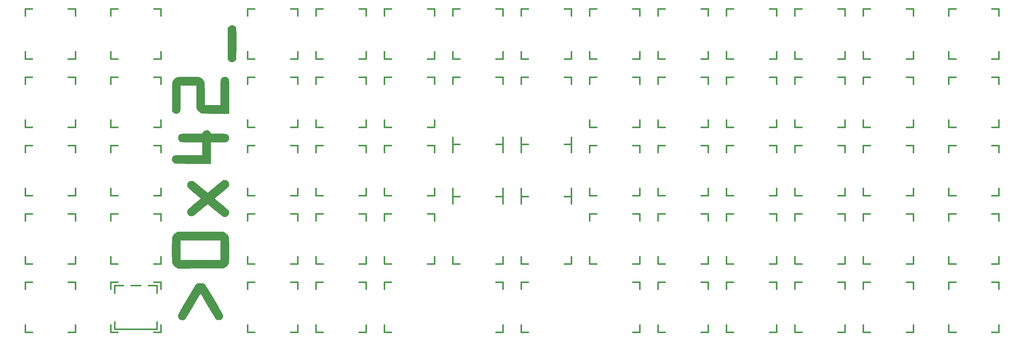
<source format=gbr>
G04 #@! TF.GenerationSoftware,KiCad,Pcbnew,(5.1.5)-3*
G04 #@! TF.CreationDate,2020-09-16T11:12:37+02:00*
G04 #@! TF.ProjectId,0x42,30783432-2e6b-4696-9361-645f70636258,v0.1*
G04 #@! TF.SameCoordinates,Original*
G04 #@! TF.FileFunction,Legend,Top*
G04 #@! TF.FilePolarity,Positive*
%FSLAX46Y46*%
G04 Gerber Fmt 4.6, Leading zero omitted, Abs format (unit mm)*
G04 Created by KiCad (PCBNEW (5.1.5)-3) date 2020-09-16 11:12:37*
%MOMM*%
%LPD*%
G04 APERTURE LIST*
%ADD10C,0.400000*%
G04 APERTURE END LIST*
D10*
X214525000Y-121000000D02*
X214525000Y-123250000D01*
X228525000Y-123250000D02*
X228525000Y-121000000D01*
X228525000Y-108750000D02*
X228525000Y-111000000D01*
X214525000Y-111000000D02*
X214525000Y-108750000D01*
X195475000Y-121000000D02*
X195475000Y-123250000D01*
X209475000Y-123250000D02*
X209475000Y-121000000D01*
X209475000Y-108750000D02*
X209475000Y-111000000D01*
X195475000Y-111000000D02*
X195475000Y-108750000D01*
X209475000Y-161100000D02*
X209475000Y-159100000D01*
X207475000Y-161100000D02*
X209475000Y-161100000D01*
X209475000Y-147100000D02*
X209475000Y-149100000D01*
X207475000Y-147100000D02*
X209475000Y-147100000D01*
X176425000Y-161100000D02*
X178425000Y-161100000D01*
X176425000Y-159100000D02*
X176425000Y-161100000D01*
X176425000Y-147100000D02*
X178425000Y-147100000D01*
X176425000Y-149100000D02*
X176425000Y-147100000D01*
X214525000Y-161100000D02*
X216525000Y-161100000D01*
X214525000Y-159100000D02*
X214525000Y-161100000D01*
X214525000Y-147100000D02*
X216525000Y-147100000D01*
X214525000Y-149100000D02*
X214525000Y-147100000D01*
X247575000Y-161100000D02*
X247575000Y-159100000D01*
X245575000Y-161100000D02*
X247575000Y-161100000D01*
X247575000Y-147100000D02*
X247575000Y-149100000D01*
X245575000Y-147100000D02*
X247575000Y-147100000D01*
G36*
X119227848Y-156206924D02*
G01*
X119297970Y-156028725D01*
X119359622Y-155918189D01*
X119488778Y-155693211D01*
X119677067Y-155368061D01*
X119916120Y-154957010D01*
X120197566Y-154474330D01*
X120513034Y-153934289D01*
X120854154Y-153351160D01*
X121212557Y-152739213D01*
X121579871Y-152112718D01*
X121947727Y-151485946D01*
X122307754Y-150873168D01*
X122651582Y-150288654D01*
X122970840Y-149746675D01*
X123257159Y-149261503D01*
X123502168Y-148847406D01*
X123697497Y-148518657D01*
X123834775Y-148289526D01*
X123896358Y-148188837D01*
X124087785Y-147930776D01*
X124300607Y-147757220D01*
X124566566Y-147655485D01*
X124917404Y-147612883D01*
X125333030Y-147614655D01*
X125754120Y-147643389D01*
X126044096Y-147694782D01*
X126207359Y-147763019D01*
X126274986Y-147846140D01*
X126410509Y-148046482D01*
X126606739Y-148352092D01*
X126856489Y-148751013D01*
X127152570Y-149231292D01*
X127487797Y-149780974D01*
X127854979Y-150388103D01*
X128246931Y-151040727D01*
X128656465Y-151726889D01*
X129076392Y-152434636D01*
X129499525Y-153152012D01*
X129918676Y-153867063D01*
X130326659Y-154567834D01*
X130716284Y-155242372D01*
X130961019Y-155669367D01*
X131178956Y-156106024D01*
X131283616Y-156467907D01*
X131275880Y-156776638D01*
X131156630Y-157053837D01*
X131024270Y-157222421D01*
X130871449Y-157377600D01*
X130738846Y-157461130D01*
X130569910Y-157495068D01*
X130308823Y-157501471D01*
X130046536Y-157494819D01*
X129878230Y-157460996D01*
X129748610Y-157379200D01*
X129612053Y-157239341D01*
X129529694Y-157125822D01*
X129380234Y-156896046D01*
X129171561Y-156562989D01*
X128911562Y-156139624D01*
X128608126Y-155638926D01*
X128269139Y-155073870D01*
X127902490Y-154457430D01*
X127516065Y-153802581D01*
X127329943Y-153485370D01*
X126943608Y-152827406D01*
X126579109Y-152209890D01*
X126243517Y-151644575D01*
X125943900Y-151143214D01*
X125687327Y-150717561D01*
X125480867Y-150379368D01*
X125331589Y-150140390D01*
X125246561Y-150012379D01*
X125229798Y-149993529D01*
X125182753Y-150056132D01*
X125067603Y-150236107D01*
X124891417Y-150521701D01*
X124661263Y-150901162D01*
X124384209Y-151362739D01*
X124067324Y-151894679D01*
X123717676Y-152485230D01*
X123342333Y-153122640D01*
X123129203Y-153486029D01*
X122736510Y-154154005D01*
X122360206Y-154789290D01*
X122008135Y-155378971D01*
X121688140Y-155910133D01*
X121408063Y-156369859D01*
X121175746Y-156745237D01*
X120999033Y-157023349D01*
X120885766Y-157191282D01*
X120856489Y-157228684D01*
X120571425Y-157442075D01*
X120240305Y-157531046D01*
X119896119Y-157497966D01*
X119571860Y-157345203D01*
X119333655Y-157119359D01*
X119214727Y-156863155D01*
X119178824Y-156539627D01*
X119227848Y-156206924D01*
G37*
X119227848Y-156206924D02*
X119297970Y-156028725D01*
X119359622Y-155918189D01*
X119488778Y-155693211D01*
X119677067Y-155368061D01*
X119916120Y-154957010D01*
X120197566Y-154474330D01*
X120513034Y-153934289D01*
X120854154Y-153351160D01*
X121212557Y-152739213D01*
X121579871Y-152112718D01*
X121947727Y-151485946D01*
X122307754Y-150873168D01*
X122651582Y-150288654D01*
X122970840Y-149746675D01*
X123257159Y-149261503D01*
X123502168Y-148847406D01*
X123697497Y-148518657D01*
X123834775Y-148289526D01*
X123896358Y-148188837D01*
X124087785Y-147930776D01*
X124300607Y-147757220D01*
X124566566Y-147655485D01*
X124917404Y-147612883D01*
X125333030Y-147614655D01*
X125754120Y-147643389D01*
X126044096Y-147694782D01*
X126207359Y-147763019D01*
X126274986Y-147846140D01*
X126410509Y-148046482D01*
X126606739Y-148352092D01*
X126856489Y-148751013D01*
X127152570Y-149231292D01*
X127487797Y-149780974D01*
X127854979Y-150388103D01*
X128246931Y-151040727D01*
X128656465Y-151726889D01*
X129076392Y-152434636D01*
X129499525Y-153152012D01*
X129918676Y-153867063D01*
X130326659Y-154567834D01*
X130716284Y-155242372D01*
X130961019Y-155669367D01*
X131178956Y-156106024D01*
X131283616Y-156467907D01*
X131275880Y-156776638D01*
X131156630Y-157053837D01*
X131024270Y-157222421D01*
X130871449Y-157377600D01*
X130738846Y-157461130D01*
X130569910Y-157495068D01*
X130308823Y-157501471D01*
X130046536Y-157494819D01*
X129878230Y-157460996D01*
X129748610Y-157379200D01*
X129612053Y-157239341D01*
X129529694Y-157125822D01*
X129380234Y-156896046D01*
X129171561Y-156562989D01*
X128911562Y-156139624D01*
X128608126Y-155638926D01*
X128269139Y-155073870D01*
X127902490Y-154457430D01*
X127516065Y-153802581D01*
X127329943Y-153485370D01*
X126943608Y-152827406D01*
X126579109Y-152209890D01*
X126243517Y-151644575D01*
X125943900Y-151143214D01*
X125687327Y-150717561D01*
X125480867Y-150379368D01*
X125331589Y-150140390D01*
X125246561Y-150012379D01*
X125229798Y-149993529D01*
X125182753Y-150056132D01*
X125067603Y-150236107D01*
X124891417Y-150521701D01*
X124661263Y-150901162D01*
X124384209Y-151362739D01*
X124067324Y-151894679D01*
X123717676Y-152485230D01*
X123342333Y-153122640D01*
X123129203Y-153486029D01*
X122736510Y-154154005D01*
X122360206Y-154789290D01*
X122008135Y-155378971D01*
X121688140Y-155910133D01*
X121408063Y-156369859D01*
X121175746Y-156745237D01*
X120999033Y-157023349D01*
X120885766Y-157191282D01*
X120856489Y-157228684D01*
X120571425Y-157442075D01*
X120240305Y-157531046D01*
X119896119Y-157497966D01*
X119571860Y-157345203D01*
X119333655Y-157119359D01*
X119214727Y-156863155D01*
X119178824Y-156539627D01*
X119227848Y-156206924D01*
G36*
X117471800Y-96396676D02*
G01*
X117475410Y-95471198D01*
X117476081Y-95344535D01*
X117480751Y-94459308D01*
X117485488Y-93710348D01*
X117491980Y-93084516D01*
X117501921Y-92568677D01*
X117517001Y-92149693D01*
X117538910Y-91814428D01*
X117569341Y-91549744D01*
X117609985Y-91342504D01*
X117662532Y-91179572D01*
X117728673Y-91047811D01*
X117810101Y-90934084D01*
X117908505Y-90825253D01*
X118025577Y-90708183D01*
X118079871Y-90654246D01*
X118219876Y-90516007D01*
X118347875Y-90402075D01*
X118479384Y-90310093D01*
X118629918Y-90237699D01*
X118814992Y-90182536D01*
X119050123Y-90142243D01*
X119350824Y-90114461D01*
X119732613Y-90096830D01*
X120211005Y-90086992D01*
X120801514Y-90082587D01*
X121519657Y-90081255D01*
X121849196Y-90081052D01*
X122579838Y-90080922D01*
X123176728Y-90081963D01*
X123655523Y-90084942D01*
X124031882Y-90090627D01*
X124321464Y-90099782D01*
X124539926Y-90113175D01*
X124702929Y-90131573D01*
X124826129Y-90155741D01*
X124925185Y-90186447D01*
X125015757Y-90224457D01*
X125043694Y-90237436D01*
X125350052Y-90431711D01*
X125652354Y-90707846D01*
X125910359Y-91021771D01*
X126083824Y-91329416D01*
X126111190Y-91406501D01*
X126136191Y-91549680D01*
X126156786Y-91801813D01*
X126173157Y-92169785D01*
X126185481Y-92660481D01*
X126193939Y-93280785D01*
X126198709Y-94037582D01*
X126200000Y-94813226D01*
X126200000Y-97923529D01*
X130981176Y-97923529D01*
X130981176Y-94404967D01*
X130981627Y-93577851D01*
X130983271Y-92886795D01*
X130986550Y-92318450D01*
X130991904Y-91859466D01*
X130999774Y-91496495D01*
X131010600Y-91216185D01*
X131024822Y-91005187D01*
X131042881Y-90850153D01*
X131065216Y-90737733D01*
X131092270Y-90654576D01*
X131105932Y-90623500D01*
X131314053Y-90339391D01*
X131597786Y-90158762D01*
X131923628Y-90083023D01*
X132258077Y-90113586D01*
X132567629Y-90251862D01*
X132818782Y-90499263D01*
X132851848Y-90549950D01*
X132881852Y-90603987D01*
X132907438Y-90667785D01*
X132928956Y-90752952D01*
X132946760Y-90871096D01*
X132961201Y-91033824D01*
X132972632Y-91252744D01*
X132981406Y-91539464D01*
X132987873Y-91905591D01*
X132992387Y-92362733D01*
X132995300Y-92922497D01*
X132996964Y-93596492D01*
X132997731Y-94396325D01*
X132997954Y-95333604D01*
X132997956Y-95364853D01*
X132998235Y-99940588D01*
X129361233Y-99940588D01*
X128529193Y-99940400D01*
X127833074Y-99939483D01*
X127259387Y-99937308D01*
X126794642Y-99933345D01*
X126425349Y-99927065D01*
X126138019Y-99917940D01*
X125919160Y-99905439D01*
X125755283Y-99889034D01*
X125632899Y-99868194D01*
X125538518Y-99842392D01*
X125458648Y-99811097D01*
X125403470Y-99785310D01*
X125106899Y-99592689D01*
X124810779Y-99318837D01*
X124555122Y-99008112D01*
X124379939Y-98704871D01*
X124346457Y-98613499D01*
X124321456Y-98470320D01*
X124300860Y-98218187D01*
X124284490Y-97850215D01*
X124272165Y-97359519D01*
X124263708Y-96739215D01*
X124258937Y-95982418D01*
X124257647Y-95206774D01*
X124257647Y-92096471D01*
X119476470Y-92096471D01*
X119476470Y-95648710D01*
X119476360Y-96499300D01*
X119475142Y-97213586D01*
X119471487Y-97804674D01*
X119464067Y-98285670D01*
X119451551Y-98669682D01*
X119432611Y-98969817D01*
X119405917Y-99199181D01*
X119370140Y-99370880D01*
X119323950Y-99498023D01*
X119266019Y-99593715D01*
X119195016Y-99671064D01*
X119109614Y-99743176D01*
X119057006Y-99784580D01*
X118788006Y-99912044D01*
X118459278Y-99950041D01*
X118129683Y-99899995D01*
X117858077Y-99763331D01*
X117848363Y-99755336D01*
X117675575Y-99573516D01*
X117549274Y-99378464D01*
X117541800Y-99361489D01*
X117520717Y-99260875D01*
X117503536Y-99065361D01*
X117490134Y-98767300D01*
X117480384Y-98359047D01*
X117474162Y-97832955D01*
X117471342Y-97181380D01*
X117471800Y-96396676D01*
G37*
X117471800Y-96396676D02*
X117475410Y-95471198D01*
X117476081Y-95344535D01*
X117480751Y-94459308D01*
X117485488Y-93710348D01*
X117491980Y-93084516D01*
X117501921Y-92568677D01*
X117517001Y-92149693D01*
X117538910Y-91814428D01*
X117569341Y-91549744D01*
X117609985Y-91342504D01*
X117662532Y-91179572D01*
X117728673Y-91047811D01*
X117810101Y-90934084D01*
X117908505Y-90825253D01*
X118025577Y-90708183D01*
X118079871Y-90654246D01*
X118219876Y-90516007D01*
X118347875Y-90402075D01*
X118479384Y-90310093D01*
X118629918Y-90237699D01*
X118814992Y-90182536D01*
X119050123Y-90142243D01*
X119350824Y-90114461D01*
X119732613Y-90096830D01*
X120211005Y-90086992D01*
X120801514Y-90082587D01*
X121519657Y-90081255D01*
X121849196Y-90081052D01*
X122579838Y-90080922D01*
X123176728Y-90081963D01*
X123655523Y-90084942D01*
X124031882Y-90090627D01*
X124321464Y-90099782D01*
X124539926Y-90113175D01*
X124702929Y-90131573D01*
X124826129Y-90155741D01*
X124925185Y-90186447D01*
X125015757Y-90224457D01*
X125043694Y-90237436D01*
X125350052Y-90431711D01*
X125652354Y-90707846D01*
X125910359Y-91021771D01*
X126083824Y-91329416D01*
X126111190Y-91406501D01*
X126136191Y-91549680D01*
X126156786Y-91801813D01*
X126173157Y-92169785D01*
X126185481Y-92660481D01*
X126193939Y-93280785D01*
X126198709Y-94037582D01*
X126200000Y-94813226D01*
X126200000Y-97923529D01*
X130981176Y-97923529D01*
X130981176Y-94404967D01*
X130981627Y-93577851D01*
X130983271Y-92886795D01*
X130986550Y-92318450D01*
X130991904Y-91859466D01*
X130999774Y-91496495D01*
X131010600Y-91216185D01*
X131024822Y-91005187D01*
X131042881Y-90850153D01*
X131065216Y-90737733D01*
X131092270Y-90654576D01*
X131105932Y-90623500D01*
X131314053Y-90339391D01*
X131597786Y-90158762D01*
X131923628Y-90083023D01*
X132258077Y-90113586D01*
X132567629Y-90251862D01*
X132818782Y-90499263D01*
X132851848Y-90549950D01*
X132881852Y-90603987D01*
X132907438Y-90667785D01*
X132928956Y-90752952D01*
X132946760Y-90871096D01*
X132961201Y-91033824D01*
X132972632Y-91252744D01*
X132981406Y-91539464D01*
X132987873Y-91905591D01*
X132992387Y-92362733D01*
X132995300Y-92922497D01*
X132996964Y-93596492D01*
X132997731Y-94396325D01*
X132997954Y-95333604D01*
X132997956Y-95364853D01*
X132998235Y-99940588D01*
X129361233Y-99940588D01*
X128529193Y-99940400D01*
X127833074Y-99939483D01*
X127259387Y-99937308D01*
X126794642Y-99933345D01*
X126425349Y-99927065D01*
X126138019Y-99917940D01*
X125919160Y-99905439D01*
X125755283Y-99889034D01*
X125632899Y-99868194D01*
X125538518Y-99842392D01*
X125458648Y-99811097D01*
X125403470Y-99785310D01*
X125106899Y-99592689D01*
X124810779Y-99318837D01*
X124555122Y-99008112D01*
X124379939Y-98704871D01*
X124346457Y-98613499D01*
X124321456Y-98470320D01*
X124300860Y-98218187D01*
X124284490Y-97850215D01*
X124272165Y-97359519D01*
X124263708Y-96739215D01*
X124258937Y-95982418D01*
X124257647Y-95206774D01*
X124257647Y-92096471D01*
X119476470Y-92096471D01*
X119476470Y-95648710D01*
X119476360Y-96499300D01*
X119475142Y-97213586D01*
X119471487Y-97804674D01*
X119464067Y-98285670D01*
X119451551Y-98669682D01*
X119432611Y-98969817D01*
X119405917Y-99199181D01*
X119370140Y-99370880D01*
X119323950Y-99498023D01*
X119266019Y-99593715D01*
X119195016Y-99671064D01*
X119109614Y-99743176D01*
X119057006Y-99784580D01*
X118788006Y-99912044D01*
X118459278Y-99950041D01*
X118129683Y-99899995D01*
X117858077Y-99763331D01*
X117848363Y-99755336D01*
X117675575Y-99573516D01*
X117549274Y-99378464D01*
X117541800Y-99361489D01*
X117520717Y-99260875D01*
X117503536Y-99065361D01*
X117490134Y-98767300D01*
X117480384Y-98359047D01*
X117474162Y-97832955D01*
X117471342Y-97181380D01*
X117471800Y-96396676D01*
G36*
X117511901Y-112570238D02*
G01*
X117605799Y-112364068D01*
X117667695Y-112263098D01*
X117728440Y-112177708D01*
X117800359Y-112106594D01*
X117895778Y-112048451D01*
X118027022Y-112001974D01*
X118206418Y-111965857D01*
X118446292Y-111938796D01*
X118758967Y-111919486D01*
X119156772Y-111906622D01*
X119652030Y-111898898D01*
X120257069Y-111895011D01*
X120984213Y-111893654D01*
X121845788Y-111893523D01*
X122050113Y-111893529D01*
X125901176Y-111893529D01*
X125901176Y-107934118D01*
X122894264Y-107933016D01*
X122082856Y-107931472D01*
X121410150Y-107927274D01*
X120865454Y-107920108D01*
X120438076Y-107909655D01*
X120117326Y-107895601D01*
X119892511Y-107877628D01*
X119752940Y-107855420D01*
X119702830Y-107838546D01*
X119438795Y-107627394D01*
X119264167Y-107329813D01*
X119189491Y-106986276D01*
X119225312Y-106637258D01*
X119328236Y-106400742D01*
X119402487Y-106285421D01*
X119479012Y-106190061D01*
X119571959Y-106112763D01*
X119695478Y-106051633D01*
X119863716Y-106004773D01*
X120090823Y-105970287D01*
X120390948Y-105946279D01*
X120778238Y-105930853D01*
X121266844Y-105922111D01*
X121870914Y-105918158D01*
X122604596Y-105917098D01*
X122936972Y-105917059D01*
X125889305Y-105917059D01*
X125936045Y-105704250D01*
X126071206Y-105410214D01*
X126311575Y-105176946D01*
X126619539Y-105021331D01*
X126957485Y-104960254D01*
X127287798Y-105010601D01*
X127386218Y-105053248D01*
X127596906Y-105212127D01*
X127779888Y-105434197D01*
X127896271Y-105665842D01*
X127917956Y-105786323D01*
X127926954Y-105824723D01*
X127964522Y-105854803D01*
X128046793Y-105877569D01*
X128189902Y-105894029D01*
X128409980Y-105905189D01*
X128723163Y-105912057D01*
X129145585Y-105915641D01*
X129693378Y-105916946D01*
X130012399Y-105917059D01*
X130676553Y-105918251D01*
X131209072Y-105923544D01*
X131627726Y-105935511D01*
X131950285Y-105956726D01*
X132194517Y-105989761D01*
X132378192Y-106037191D01*
X132519079Y-106101589D01*
X132634948Y-106185528D01*
X132743569Y-106291582D01*
X132766173Y-106315875D01*
X132921936Y-106584202D01*
X132984237Y-106914423D01*
X132948507Y-107248345D01*
X132856286Y-107463579D01*
X132770853Y-107591791D01*
X132681759Y-107694325D01*
X132572145Y-107774046D01*
X132425153Y-107833820D01*
X132223922Y-107876514D01*
X131951595Y-107904993D01*
X131591313Y-107922123D01*
X131126216Y-107930771D01*
X130539446Y-107933802D01*
X130088416Y-107934118D01*
X127918235Y-107934118D01*
X127918235Y-113910588D01*
X123118382Y-113910472D01*
X122147539Y-113910208D01*
X121314817Y-113909273D01*
X120608929Y-113907374D01*
X120018583Y-113904221D01*
X119532492Y-113899520D01*
X119139365Y-113892982D01*
X118827914Y-113884313D01*
X118586848Y-113873223D01*
X118404880Y-113859419D01*
X118270719Y-113842610D01*
X118173076Y-113822504D01*
X118100662Y-113798810D01*
X118058548Y-113779737D01*
X117754443Y-113554820D01*
X117555006Y-113256498D01*
X117470678Y-112917421D01*
X117511901Y-112570238D01*
G37*
X117511901Y-112570238D02*
X117605799Y-112364068D01*
X117667695Y-112263098D01*
X117728440Y-112177708D01*
X117800359Y-112106594D01*
X117895778Y-112048451D01*
X118027022Y-112001974D01*
X118206418Y-111965857D01*
X118446292Y-111938796D01*
X118758967Y-111919486D01*
X119156772Y-111906622D01*
X119652030Y-111898898D01*
X120257069Y-111895011D01*
X120984213Y-111893654D01*
X121845788Y-111893523D01*
X122050113Y-111893529D01*
X125901176Y-111893529D01*
X125901176Y-107934118D01*
X122894264Y-107933016D01*
X122082856Y-107931472D01*
X121410150Y-107927274D01*
X120865454Y-107920108D01*
X120438076Y-107909655D01*
X120117326Y-107895601D01*
X119892511Y-107877628D01*
X119752940Y-107855420D01*
X119702830Y-107838546D01*
X119438795Y-107627394D01*
X119264167Y-107329813D01*
X119189491Y-106986276D01*
X119225312Y-106637258D01*
X119328236Y-106400742D01*
X119402487Y-106285421D01*
X119479012Y-106190061D01*
X119571959Y-106112763D01*
X119695478Y-106051633D01*
X119863716Y-106004773D01*
X120090823Y-105970287D01*
X120390948Y-105946279D01*
X120778238Y-105930853D01*
X121266844Y-105922111D01*
X121870914Y-105918158D01*
X122604596Y-105917098D01*
X122936972Y-105917059D01*
X125889305Y-105917059D01*
X125936045Y-105704250D01*
X126071206Y-105410214D01*
X126311575Y-105176946D01*
X126619539Y-105021331D01*
X126957485Y-104960254D01*
X127287798Y-105010601D01*
X127386218Y-105053248D01*
X127596906Y-105212127D01*
X127779888Y-105434197D01*
X127896271Y-105665842D01*
X127917956Y-105786323D01*
X127926954Y-105824723D01*
X127964522Y-105854803D01*
X128046793Y-105877569D01*
X128189902Y-105894029D01*
X128409980Y-105905189D01*
X128723163Y-105912057D01*
X129145585Y-105915641D01*
X129693378Y-105916946D01*
X130012399Y-105917059D01*
X130676553Y-105918251D01*
X131209072Y-105923544D01*
X131627726Y-105935511D01*
X131950285Y-105956726D01*
X132194517Y-105989761D01*
X132378192Y-106037191D01*
X132519079Y-106101589D01*
X132634948Y-106185528D01*
X132743569Y-106291582D01*
X132766173Y-106315875D01*
X132921936Y-106584202D01*
X132984237Y-106914423D01*
X132948507Y-107248345D01*
X132856286Y-107463579D01*
X132770853Y-107591791D01*
X132681759Y-107694325D01*
X132572145Y-107774046D01*
X132425153Y-107833820D01*
X132223922Y-107876514D01*
X131951595Y-107904993D01*
X131591313Y-107922123D01*
X131126216Y-107930771D01*
X130539446Y-107933802D01*
X130088416Y-107934118D01*
X127918235Y-107934118D01*
X127918235Y-113910588D01*
X123118382Y-113910472D01*
X122147539Y-113910208D01*
X121314817Y-113909273D01*
X120608929Y-113907374D01*
X120018583Y-113904221D01*
X119532492Y-113899520D01*
X119139365Y-113892982D01*
X118827914Y-113884313D01*
X118586848Y-113873223D01*
X118404880Y-113859419D01*
X118270719Y-113842610D01*
X118173076Y-113822504D01*
X118100662Y-113798810D01*
X118058548Y-113779737D01*
X117754443Y-113554820D01*
X117555006Y-113256498D01*
X117470678Y-112917421D01*
X117511901Y-112570238D01*
G36*
X121727322Y-127242143D02*
G01*
X121752343Y-127141901D01*
X121821060Y-127055016D01*
X121991089Y-126886527D01*
X122248027Y-126649349D01*
X122577472Y-126356397D01*
X122965019Y-126020585D01*
X123396266Y-125654828D01*
X123609963Y-125476241D01*
X124058074Y-125103252D01*
X124472010Y-124758193D01*
X124837013Y-124453406D01*
X125138329Y-124201232D01*
X125361200Y-124014011D01*
X125490872Y-123904085D01*
X125515496Y-123882567D01*
X125524902Y-123840956D01*
X125484039Y-123767589D01*
X125383123Y-123653400D01*
X125212371Y-123489324D01*
X124962002Y-123266298D01*
X124622232Y-122975256D01*
X124183279Y-122607133D01*
X123759907Y-122255824D01*
X123304177Y-121876349D01*
X122882850Y-121520773D01*
X122510595Y-121201845D01*
X122202082Y-120932318D01*
X121971980Y-120724939D01*
X121834959Y-120592461D01*
X121804804Y-120556504D01*
X121727569Y-120322622D01*
X121710031Y-120023755D01*
X121750589Y-119731180D01*
X121827539Y-119543704D01*
X122077357Y-119282399D01*
X122396376Y-119121835D01*
X122743919Y-119073738D01*
X123079308Y-119149831D01*
X123122092Y-119170599D01*
X123226671Y-119242542D01*
X123430747Y-119398326D01*
X123719252Y-119625884D01*
X124077118Y-119913147D01*
X124489277Y-120248049D01*
X124940659Y-120618520D01*
X125263701Y-120885751D01*
X125795573Y-121325832D01*
X126225094Y-121677647D01*
X126563778Y-121949669D01*
X126823139Y-122150370D01*
X127014692Y-122288224D01*
X127149952Y-122371703D01*
X127240432Y-122409280D01*
X127297648Y-122409429D01*
X127318113Y-122397495D01*
X127617744Y-122143079D01*
X127978515Y-121840350D01*
X128385115Y-121501822D01*
X128822236Y-121140006D01*
X129274567Y-120767415D01*
X129726799Y-120396564D01*
X130163621Y-120039963D01*
X130569725Y-119710126D01*
X130929800Y-119419565D01*
X131228537Y-119180794D01*
X131450626Y-119006325D01*
X131580757Y-118908671D01*
X131606476Y-118892589D01*
X131953842Y-118829514D01*
X132283770Y-118892546D01*
X132574650Y-119058441D01*
X132804869Y-119303952D01*
X132952815Y-119605834D01*
X132996875Y-119940840D01*
X132915436Y-120285727D01*
X132910971Y-120295670D01*
X132834095Y-120387116D01*
X132655129Y-120560318D01*
X132388057Y-120802956D01*
X132046864Y-121102711D01*
X131645537Y-121447263D01*
X131198059Y-121824292D01*
X130815420Y-122141701D01*
X130262926Y-122598685D01*
X129818327Y-122970947D01*
X129472566Y-123266746D01*
X129216583Y-123494341D01*
X129041320Y-123661991D01*
X128937718Y-123777955D01*
X128896718Y-123850494D01*
X128904301Y-123884157D01*
X128983696Y-123951506D01*
X129164071Y-124101963D01*
X129431084Y-124323644D01*
X129770388Y-124604665D01*
X130167639Y-124933139D01*
X130608493Y-125297182D01*
X130910010Y-125545915D01*
X131372497Y-125930924D01*
X131800017Y-126293778D01*
X132178156Y-126621701D01*
X132492494Y-126901918D01*
X132728616Y-127121651D01*
X132872105Y-127268123D01*
X132908393Y-127316907D01*
X132990608Y-127664860D01*
X132950387Y-128037520D01*
X132876503Y-128232636D01*
X132696564Y-128457157D01*
X132443735Y-128624842D01*
X132133237Y-128745828D01*
X131874219Y-128768965D01*
X131631616Y-128708223D01*
X131543940Y-128650220D01*
X131356688Y-128509444D01*
X131085354Y-128298423D01*
X130745433Y-128029684D01*
X130352423Y-127715754D01*
X129921817Y-127369161D01*
X129469112Y-127002431D01*
X129009803Y-126628094D01*
X128559386Y-126258676D01*
X128133356Y-125906703D01*
X127747210Y-125584705D01*
X127416441Y-125305208D01*
X127316968Y-125220040D01*
X127272553Y-125202967D01*
X127202110Y-125218192D01*
X127093926Y-125274299D01*
X126936284Y-125379872D01*
X126717469Y-125543495D01*
X126425766Y-125773751D01*
X126049459Y-126079224D01*
X125576834Y-126468498D01*
X125299909Y-126697932D01*
X124833491Y-127083459D01*
X124394866Y-127443339D01*
X123999542Y-127765055D01*
X123663024Y-128036087D01*
X123400819Y-128243918D01*
X123228434Y-128376031D01*
X123174412Y-128413841D01*
X122852225Y-128531477D01*
X122506061Y-128523762D01*
X122175444Y-128400591D01*
X121899895Y-128171860D01*
X121829166Y-128077014D01*
X121740891Y-127846115D01*
X121705000Y-127544179D01*
X121727322Y-127242143D01*
G37*
X121727322Y-127242143D02*
X121752343Y-127141901D01*
X121821060Y-127055016D01*
X121991089Y-126886527D01*
X122248027Y-126649349D01*
X122577472Y-126356397D01*
X122965019Y-126020585D01*
X123396266Y-125654828D01*
X123609963Y-125476241D01*
X124058074Y-125103252D01*
X124472010Y-124758193D01*
X124837013Y-124453406D01*
X125138329Y-124201232D01*
X125361200Y-124014011D01*
X125490872Y-123904085D01*
X125515496Y-123882567D01*
X125524902Y-123840956D01*
X125484039Y-123767589D01*
X125383123Y-123653400D01*
X125212371Y-123489324D01*
X124962002Y-123266298D01*
X124622232Y-122975256D01*
X124183279Y-122607133D01*
X123759907Y-122255824D01*
X123304177Y-121876349D01*
X122882850Y-121520773D01*
X122510595Y-121201845D01*
X122202082Y-120932318D01*
X121971980Y-120724939D01*
X121834959Y-120592461D01*
X121804804Y-120556504D01*
X121727569Y-120322622D01*
X121710031Y-120023755D01*
X121750589Y-119731180D01*
X121827539Y-119543704D01*
X122077357Y-119282399D01*
X122396376Y-119121835D01*
X122743919Y-119073738D01*
X123079308Y-119149831D01*
X123122092Y-119170599D01*
X123226671Y-119242542D01*
X123430747Y-119398326D01*
X123719252Y-119625884D01*
X124077118Y-119913147D01*
X124489277Y-120248049D01*
X124940659Y-120618520D01*
X125263701Y-120885751D01*
X125795573Y-121325832D01*
X126225094Y-121677647D01*
X126563778Y-121949669D01*
X126823139Y-122150370D01*
X127014692Y-122288224D01*
X127149952Y-122371703D01*
X127240432Y-122409280D01*
X127297648Y-122409429D01*
X127318113Y-122397495D01*
X127617744Y-122143079D01*
X127978515Y-121840350D01*
X128385115Y-121501822D01*
X128822236Y-121140006D01*
X129274567Y-120767415D01*
X129726799Y-120396564D01*
X130163621Y-120039963D01*
X130569725Y-119710126D01*
X130929800Y-119419565D01*
X131228537Y-119180794D01*
X131450626Y-119006325D01*
X131580757Y-118908671D01*
X131606476Y-118892589D01*
X131953842Y-118829514D01*
X132283770Y-118892546D01*
X132574650Y-119058441D01*
X132804869Y-119303952D01*
X132952815Y-119605834D01*
X132996875Y-119940840D01*
X132915436Y-120285727D01*
X132910971Y-120295670D01*
X132834095Y-120387116D01*
X132655129Y-120560318D01*
X132388057Y-120802956D01*
X132046864Y-121102711D01*
X131645537Y-121447263D01*
X131198059Y-121824292D01*
X130815420Y-122141701D01*
X130262926Y-122598685D01*
X129818327Y-122970947D01*
X129472566Y-123266746D01*
X129216583Y-123494341D01*
X129041320Y-123661991D01*
X128937718Y-123777955D01*
X128896718Y-123850494D01*
X128904301Y-123884157D01*
X128983696Y-123951506D01*
X129164071Y-124101963D01*
X129431084Y-124323644D01*
X129770388Y-124604665D01*
X130167639Y-124933139D01*
X130608493Y-125297182D01*
X130910010Y-125545915D01*
X131372497Y-125930924D01*
X131800017Y-126293778D01*
X132178156Y-126621701D01*
X132492494Y-126901918D01*
X132728616Y-127121651D01*
X132872105Y-127268123D01*
X132908393Y-127316907D01*
X132990608Y-127664860D01*
X132950387Y-128037520D01*
X132876503Y-128232636D01*
X132696564Y-128457157D01*
X132443735Y-128624842D01*
X132133237Y-128745828D01*
X131874219Y-128768965D01*
X131631616Y-128708223D01*
X131543940Y-128650220D01*
X131356688Y-128509444D01*
X131085354Y-128298423D01*
X130745433Y-128029684D01*
X130352423Y-127715754D01*
X129921817Y-127369161D01*
X129469112Y-127002431D01*
X129009803Y-126628094D01*
X128559386Y-126258676D01*
X128133356Y-125906703D01*
X127747210Y-125584705D01*
X127416441Y-125305208D01*
X127316968Y-125220040D01*
X127272553Y-125202967D01*
X127202110Y-125218192D01*
X127093926Y-125274299D01*
X126936284Y-125379872D01*
X126717469Y-125543495D01*
X126425766Y-125773751D01*
X126049459Y-126079224D01*
X125576834Y-126468498D01*
X125299909Y-126697932D01*
X124833491Y-127083459D01*
X124394866Y-127443339D01*
X123999542Y-127765055D01*
X123663024Y-128036087D01*
X123400819Y-128243918D01*
X123228434Y-128376031D01*
X123174412Y-128413841D01*
X122852225Y-128531477D01*
X122506061Y-128523762D01*
X122175444Y-128400591D01*
X121899895Y-128171860D01*
X121829166Y-128077014D01*
X121740891Y-127846115D01*
X121705000Y-127544179D01*
X121727322Y-127242143D01*
G36*
X117450324Y-137260266D02*
G01*
X117458573Y-136635150D01*
X117471283Y-136057794D01*
X117488465Y-135547862D01*
X117510127Y-135125016D01*
X117536277Y-134808919D01*
X117566923Y-134619233D01*
X117572455Y-134601326D01*
X117795985Y-134168392D01*
X118128410Y-133781861D01*
X118529216Y-133487269D01*
X118593867Y-133453258D01*
X118982865Y-133259412D01*
X131474781Y-133259412D01*
X131862802Y-133452770D01*
X132287373Y-133737239D01*
X132633414Y-134114590D01*
X132867389Y-134547449D01*
X132882121Y-134588783D01*
X132911901Y-134753204D01*
X132937654Y-135046907D01*
X132959363Y-135450417D01*
X132977010Y-135944261D01*
X132990579Y-136508966D01*
X133000051Y-137125060D01*
X133005410Y-137773069D01*
X133006638Y-138433520D01*
X133003717Y-139086940D01*
X132996631Y-139713856D01*
X132985362Y-140294795D01*
X132969893Y-140810285D01*
X132950206Y-141240851D01*
X132926283Y-141567021D01*
X132898109Y-141769322D01*
X132888554Y-141803711D01*
X132662565Y-142230960D01*
X132314876Y-142615940D01*
X131988326Y-142859118D01*
X131627963Y-143083235D01*
X125312743Y-143103165D01*
X119476470Y-143121583D01*
X119476470Y-141103529D01*
X130981176Y-141103529D01*
X130981176Y-135276471D01*
X119476470Y-135276471D01*
X119476470Y-141103529D01*
X119476470Y-143121583D01*
X118997522Y-143123095D01*
X118603920Y-142930524D01*
X118178279Y-142649269D01*
X117830314Y-142273853D01*
X117593608Y-141841478D01*
X117575525Y-141791217D01*
X117543987Y-141621072D01*
X117516836Y-141321724D01*
X117494080Y-140912835D01*
X117475728Y-140414069D01*
X117461789Y-139845088D01*
X117452272Y-139225555D01*
X117447182Y-138575131D01*
X117446530Y-137913481D01*
X117450324Y-137260266D01*
G37*
X117450324Y-137260266D02*
X117458573Y-136635150D01*
X117471283Y-136057794D01*
X117488465Y-135547862D01*
X117510127Y-135125016D01*
X117536277Y-134808919D01*
X117566923Y-134619233D01*
X117572455Y-134601326D01*
X117795985Y-134168392D01*
X118128410Y-133781861D01*
X118529216Y-133487269D01*
X118593867Y-133453258D01*
X118982865Y-133259412D01*
X131474781Y-133259412D01*
X131862802Y-133452770D01*
X132287373Y-133737239D01*
X132633414Y-134114590D01*
X132867389Y-134547449D01*
X132882121Y-134588783D01*
X132911901Y-134753204D01*
X132937654Y-135046907D01*
X132959363Y-135450417D01*
X132977010Y-135944261D01*
X132990579Y-136508966D01*
X133000051Y-137125060D01*
X133005410Y-137773069D01*
X133006638Y-138433520D01*
X133003717Y-139086940D01*
X132996631Y-139713856D01*
X132985362Y-140294795D01*
X132969893Y-140810285D01*
X132950206Y-141240851D01*
X132926283Y-141567021D01*
X132898109Y-141769322D01*
X132888554Y-141803711D01*
X132662565Y-142230960D01*
X132314876Y-142615940D01*
X131988326Y-142859118D01*
X131627963Y-143083235D01*
X125312743Y-143103165D01*
X119476470Y-143121583D01*
X119476470Y-141103529D01*
X130981176Y-141103529D01*
X130981176Y-135276471D01*
X119476470Y-135276471D01*
X119476470Y-141103529D01*
X119476470Y-143121583D01*
X118997522Y-143123095D01*
X118603920Y-142930524D01*
X118178279Y-142649269D01*
X117830314Y-142273853D01*
X117593608Y-141841478D01*
X117575525Y-141791217D01*
X117543987Y-141621072D01*
X117516836Y-141321724D01*
X117494080Y-140912835D01*
X117475728Y-140414069D01*
X117461789Y-139845088D01*
X117452272Y-139225555D01*
X117447182Y-138575131D01*
X117446530Y-137913481D01*
X117450324Y-137260266D01*
G36*
X133316980Y-75979922D02*
G01*
X133502607Y-75810888D01*
X133663030Y-75727460D01*
X133868450Y-75700257D01*
X133989333Y-75698529D01*
X134327877Y-75732129D01*
X134571857Y-75839728D01*
X134583264Y-75847941D01*
X134672957Y-75914488D01*
X134749294Y-75979667D01*
X134813337Y-76055388D01*
X134866150Y-76153564D01*
X134908793Y-76286105D01*
X134942328Y-76464922D01*
X134967818Y-76701926D01*
X134986325Y-77009029D01*
X134998910Y-77398142D01*
X135006635Y-77881175D01*
X135010564Y-78470041D01*
X135011756Y-79176649D01*
X135011275Y-80012911D01*
X135010559Y-80640408D01*
X135008575Y-81420264D01*
X135004577Y-82158199D01*
X134998785Y-82840156D01*
X134991419Y-83452080D01*
X134982698Y-83979914D01*
X134972841Y-84409600D01*
X134962070Y-84727084D01*
X134950602Y-84918308D01*
X134942915Y-84968152D01*
X134798075Y-85177760D01*
X134563423Y-85376789D01*
X134295120Y-85522798D01*
X134152732Y-85565281D01*
X133803836Y-85559141D01*
X133471341Y-85405759D01*
X133249806Y-85213196D01*
X133035588Y-84989601D01*
X133035588Y-76261314D01*
X133316980Y-75979922D01*
G37*
X133316980Y-75979922D02*
X133502607Y-75810888D01*
X133663030Y-75727460D01*
X133868450Y-75700257D01*
X133989333Y-75698529D01*
X134327877Y-75732129D01*
X134571857Y-75839728D01*
X134583264Y-75847941D01*
X134672957Y-75914488D01*
X134749294Y-75979667D01*
X134813337Y-76055388D01*
X134866150Y-76153564D01*
X134908793Y-76286105D01*
X134942328Y-76464922D01*
X134967818Y-76701926D01*
X134986325Y-77009029D01*
X134998910Y-77398142D01*
X135006635Y-77881175D01*
X135010564Y-78470041D01*
X135011756Y-79176649D01*
X135011275Y-80012911D01*
X135010559Y-80640408D01*
X135008575Y-81420264D01*
X135004577Y-82158199D01*
X134998785Y-82840156D01*
X134991419Y-83452080D01*
X134982698Y-83979914D01*
X134972841Y-84409600D01*
X134962070Y-84727084D01*
X134950602Y-84918308D01*
X134942915Y-84968152D01*
X134798075Y-85177760D01*
X134563423Y-85376789D01*
X134295120Y-85522798D01*
X134152732Y-85565281D01*
X133803836Y-85559141D01*
X133471341Y-85405759D01*
X133249806Y-85213196D01*
X133035588Y-84989601D01*
X133035588Y-76261314D01*
X133316980Y-75979922D01*
X110725000Y-148100000D02*
X113125000Y-148100000D01*
X105925000Y-148100000D02*
X108525000Y-148100000D01*
X101325000Y-148100000D02*
X103725000Y-148100000D01*
X101325000Y-160300000D02*
X113125000Y-160300000D01*
X101325000Y-158200000D02*
X101325000Y-160300000D01*
X113125000Y-158200000D02*
X113125000Y-160300000D01*
X113125000Y-148100000D02*
X113125000Y-150200000D01*
X101325000Y-150200000D02*
X101325000Y-148100000D01*
X214525000Y-123287500D02*
X214525000Y-125287500D01*
X228525000Y-125287500D02*
X228525000Y-123287500D01*
X216525000Y-123287500D02*
X214525000Y-123287500D01*
X228525000Y-123287500D02*
X226525000Y-123287500D01*
X195475000Y-123287500D02*
X195475000Y-125287500D01*
X209475000Y-125287500D02*
X209475000Y-123287500D01*
X197475000Y-123287500D02*
X195475000Y-123287500D01*
X209475000Y-123287500D02*
X207475000Y-123287500D01*
X214525000Y-142050000D02*
X216525000Y-142050000D01*
X214525000Y-140050000D02*
X214525000Y-142050000D01*
X228525000Y-142050000D02*
X228525000Y-140050000D01*
X226525000Y-142050000D02*
X228525000Y-142050000D01*
X195475000Y-142050000D02*
X197475000Y-142050000D01*
X195475000Y-140050000D02*
X195475000Y-142050000D01*
X209475000Y-142050000D02*
X209475000Y-140050000D01*
X207475000Y-142050000D02*
X209475000Y-142050000D01*
X228525000Y-108712500D02*
X228525000Y-106712500D01*
X214525000Y-106712500D02*
X214525000Y-108712500D01*
X226525000Y-108712500D02*
X228525000Y-108712500D01*
X214525000Y-108712500D02*
X216525000Y-108712500D01*
X228525000Y-89950000D02*
X226525000Y-89950000D01*
X228525000Y-91950000D02*
X228525000Y-89950000D01*
X214525000Y-89950000D02*
X214525000Y-91950000D01*
X216525000Y-89950000D02*
X214525000Y-89950000D01*
X209475000Y-108712500D02*
X209475000Y-106712500D01*
X195475000Y-106712500D02*
X195475000Y-108712500D01*
X207475000Y-108712500D02*
X209475000Y-108712500D01*
X195475000Y-108712500D02*
X197475000Y-108712500D01*
X209475000Y-89950000D02*
X207475000Y-89950000D01*
X209475000Y-91950000D02*
X209475000Y-89950000D01*
X195475000Y-89950000D02*
X195475000Y-91950000D01*
X197475000Y-89950000D02*
X195475000Y-89950000D01*
X76412500Y-84900000D02*
X76412500Y-82900000D01*
X76412500Y-72900000D02*
X76412500Y-70900000D01*
X78412500Y-84900000D02*
X76412500Y-84900000D01*
X76412500Y-70900000D02*
X78412500Y-70900000D01*
X90412500Y-70900000D02*
X88412500Y-70900000D01*
X88412500Y-84900000D02*
X90412500Y-84900000D01*
X90412500Y-72900000D02*
X90412500Y-70900000D01*
X90412500Y-84900000D02*
X90412500Y-82900000D01*
X157375000Y-161100000D02*
X159375000Y-161100000D01*
X157375000Y-159100000D02*
X157375000Y-161100000D01*
X171375000Y-161100000D02*
X171375000Y-159100000D01*
X169375000Y-161100000D02*
X171375000Y-161100000D01*
X171375000Y-147100000D02*
X171375000Y-149100000D01*
X169375000Y-147100000D02*
X171375000Y-147100000D01*
X157375000Y-147100000D02*
X159375000Y-147100000D01*
X157375000Y-149100000D02*
X157375000Y-147100000D01*
X100225000Y-161100000D02*
X102225000Y-161100000D01*
X100225000Y-159100000D02*
X100225000Y-161100000D01*
X114225000Y-161100000D02*
X114225000Y-159100000D01*
X112225000Y-161100000D02*
X114225000Y-161100000D01*
X114225000Y-147100000D02*
X114225000Y-149100000D01*
X112225000Y-147100000D02*
X114225000Y-147100000D01*
X100225000Y-147100000D02*
X102225000Y-147100000D01*
X100225000Y-149100000D02*
X100225000Y-147100000D01*
X309775000Y-161100000D02*
X311775000Y-161100000D01*
X309775000Y-159100000D02*
X309775000Y-161100000D01*
X323775000Y-161100000D02*
X323775000Y-159100000D01*
X321775000Y-161100000D02*
X323775000Y-161100000D01*
X323775000Y-147100000D02*
X323775000Y-149100000D01*
X321775000Y-147100000D02*
X323775000Y-147100000D01*
X309775000Y-147100000D02*
X311775000Y-147100000D01*
X309775000Y-149100000D02*
X309775000Y-147100000D01*
X290725000Y-161100000D02*
X292725000Y-161100000D01*
X290725000Y-159100000D02*
X290725000Y-161100000D01*
X304725000Y-161100000D02*
X304725000Y-159100000D01*
X302725000Y-161100000D02*
X304725000Y-161100000D01*
X304725000Y-147100000D02*
X304725000Y-149100000D01*
X302725000Y-147100000D02*
X304725000Y-147100000D01*
X290725000Y-147100000D02*
X292725000Y-147100000D01*
X290725000Y-149100000D02*
X290725000Y-147100000D01*
X271675000Y-161100000D02*
X273675000Y-161100000D01*
X271675000Y-159100000D02*
X271675000Y-161100000D01*
X285675000Y-161100000D02*
X285675000Y-159100000D01*
X283675000Y-161100000D02*
X285675000Y-161100000D01*
X285675000Y-147100000D02*
X285675000Y-149100000D01*
X283675000Y-147100000D02*
X285675000Y-147100000D01*
X271675000Y-147100000D02*
X273675000Y-147100000D01*
X271675000Y-149100000D02*
X271675000Y-147100000D01*
X252625000Y-161100000D02*
X254625000Y-161100000D01*
X252625000Y-159100000D02*
X252625000Y-161100000D01*
X266625000Y-161100000D02*
X266625000Y-159100000D01*
X264625000Y-161100000D02*
X266625000Y-161100000D01*
X266625000Y-147100000D02*
X266625000Y-149100000D01*
X264625000Y-147100000D02*
X266625000Y-147100000D01*
X252625000Y-147100000D02*
X254625000Y-147100000D01*
X252625000Y-149100000D02*
X252625000Y-147100000D01*
X138325000Y-161100000D02*
X140325000Y-161100000D01*
X138325000Y-159100000D02*
X138325000Y-161100000D01*
X152325000Y-161100000D02*
X152325000Y-159100000D01*
X150325000Y-161100000D02*
X152325000Y-161100000D01*
X152325000Y-147100000D02*
X152325000Y-149100000D01*
X150325000Y-147100000D02*
X152325000Y-147100000D01*
X138325000Y-147100000D02*
X140325000Y-147100000D01*
X138325000Y-149100000D02*
X138325000Y-147100000D01*
X309775000Y-142050000D02*
X311775000Y-142050000D01*
X309775000Y-140050000D02*
X309775000Y-142050000D01*
X323775000Y-142050000D02*
X323775000Y-140050000D01*
X321775000Y-142050000D02*
X323775000Y-142050000D01*
X323775000Y-128050000D02*
X323775000Y-130050000D01*
X321775000Y-128050000D02*
X323775000Y-128050000D01*
X309775000Y-128050000D02*
X311775000Y-128050000D01*
X309775000Y-130050000D02*
X309775000Y-128050000D01*
X290725000Y-142050000D02*
X292725000Y-142050000D01*
X290725000Y-140050000D02*
X290725000Y-142050000D01*
X304725000Y-142050000D02*
X304725000Y-140050000D01*
X302725000Y-142050000D02*
X304725000Y-142050000D01*
X304725000Y-128050000D02*
X304725000Y-130050000D01*
X302725000Y-128050000D02*
X304725000Y-128050000D01*
X290725000Y-128050000D02*
X292725000Y-128050000D01*
X290725000Y-130050000D02*
X290725000Y-128050000D01*
X271675000Y-142050000D02*
X273675000Y-142050000D01*
X271675000Y-140050000D02*
X271675000Y-142050000D01*
X285675000Y-142050000D02*
X285675000Y-140050000D01*
X283675000Y-142050000D02*
X285675000Y-142050000D01*
X285675000Y-128050000D02*
X285675000Y-130050000D01*
X283675000Y-128050000D02*
X285675000Y-128050000D01*
X271675000Y-128050000D02*
X273675000Y-128050000D01*
X271675000Y-130050000D02*
X271675000Y-128050000D01*
X252625000Y-142050000D02*
X254625000Y-142050000D01*
X252625000Y-140050000D02*
X252625000Y-142050000D01*
X266625000Y-142050000D02*
X266625000Y-140050000D01*
X264625000Y-142050000D02*
X266625000Y-142050000D01*
X266625000Y-128050000D02*
X266625000Y-130050000D01*
X264625000Y-128050000D02*
X266625000Y-128050000D01*
X252625000Y-128050000D02*
X254625000Y-128050000D01*
X252625000Y-130050000D02*
X252625000Y-128050000D01*
X233575000Y-142050000D02*
X235575000Y-142050000D01*
X233575000Y-140050000D02*
X233575000Y-142050000D01*
X247575000Y-142050000D02*
X247575000Y-140050000D01*
X245575000Y-142050000D02*
X247575000Y-142050000D01*
X247575000Y-128050000D02*
X247575000Y-130050000D01*
X245575000Y-128050000D02*
X247575000Y-128050000D01*
X233575000Y-128050000D02*
X235575000Y-128050000D01*
X233575000Y-130050000D02*
X233575000Y-128050000D01*
X176425000Y-142050000D02*
X178425000Y-142050000D01*
X176425000Y-140050000D02*
X176425000Y-142050000D01*
X190425000Y-142050000D02*
X190425000Y-140050000D01*
X188425000Y-142050000D02*
X190425000Y-142050000D01*
X190425000Y-128050000D02*
X190425000Y-130050000D01*
X188425000Y-128050000D02*
X190425000Y-128050000D01*
X176425000Y-128050000D02*
X178425000Y-128050000D01*
X176425000Y-130050000D02*
X176425000Y-128050000D01*
X157375000Y-142050000D02*
X159375000Y-142050000D01*
X157375000Y-140050000D02*
X157375000Y-142050000D01*
X171375000Y-142050000D02*
X171375000Y-140050000D01*
X169375000Y-142050000D02*
X171375000Y-142050000D01*
X171375000Y-128050000D02*
X171375000Y-130050000D01*
X169375000Y-128050000D02*
X171375000Y-128050000D01*
X157375000Y-128050000D02*
X159375000Y-128050000D01*
X157375000Y-130050000D02*
X157375000Y-128050000D01*
X138325000Y-142050000D02*
X140325000Y-142050000D01*
X138325000Y-140050000D02*
X138325000Y-142050000D01*
X152325000Y-142050000D02*
X152325000Y-140050000D01*
X150325000Y-142050000D02*
X152325000Y-142050000D01*
X152325000Y-128050000D02*
X152325000Y-130050000D01*
X150325000Y-128050000D02*
X152325000Y-128050000D01*
X138325000Y-128050000D02*
X140325000Y-128050000D01*
X138325000Y-130050000D02*
X138325000Y-128050000D01*
X100225000Y-142050000D02*
X102225000Y-142050000D01*
X100225000Y-140050000D02*
X100225000Y-142050000D01*
X114225000Y-142050000D02*
X114225000Y-140050000D01*
X112225000Y-142050000D02*
X114225000Y-142050000D01*
X114225000Y-128050000D02*
X114225000Y-130050000D01*
X112225000Y-128050000D02*
X114225000Y-128050000D01*
X100225000Y-128050000D02*
X102225000Y-128050000D01*
X100225000Y-130050000D02*
X100225000Y-128050000D01*
X309775000Y-123000000D02*
X311775000Y-123000000D01*
X309775000Y-121000000D02*
X309775000Y-123000000D01*
X323775000Y-123000000D02*
X323775000Y-121000000D01*
X321775000Y-123000000D02*
X323775000Y-123000000D01*
X323775000Y-109000000D02*
X323775000Y-111000000D01*
X321775000Y-109000000D02*
X323775000Y-109000000D01*
X309775000Y-109000000D02*
X311775000Y-109000000D01*
X309775000Y-111000000D02*
X309775000Y-109000000D01*
X290725000Y-123000000D02*
X292725000Y-123000000D01*
X290725000Y-121000000D02*
X290725000Y-123000000D01*
X304725000Y-123000000D02*
X304725000Y-121000000D01*
X302725000Y-123000000D02*
X304725000Y-123000000D01*
X304725000Y-109000000D02*
X304725000Y-111000000D01*
X302725000Y-109000000D02*
X304725000Y-109000000D01*
X290725000Y-109000000D02*
X292725000Y-109000000D01*
X290725000Y-111000000D02*
X290725000Y-109000000D01*
X271675000Y-123000000D02*
X273675000Y-123000000D01*
X271675000Y-121000000D02*
X271675000Y-123000000D01*
X285675000Y-123000000D02*
X285675000Y-121000000D01*
X283675000Y-123000000D02*
X285675000Y-123000000D01*
X285675000Y-109000000D02*
X285675000Y-111000000D01*
X283675000Y-109000000D02*
X285675000Y-109000000D01*
X271675000Y-109000000D02*
X273675000Y-109000000D01*
X271675000Y-111000000D02*
X271675000Y-109000000D01*
X252625000Y-123000000D02*
X254625000Y-123000000D01*
X252625000Y-121000000D02*
X252625000Y-123000000D01*
X266625000Y-123000000D02*
X266625000Y-121000000D01*
X264625000Y-123000000D02*
X266625000Y-123000000D01*
X266625000Y-109000000D02*
X266625000Y-111000000D01*
X264625000Y-109000000D02*
X266625000Y-109000000D01*
X252625000Y-109000000D02*
X254625000Y-109000000D01*
X252625000Y-111000000D02*
X252625000Y-109000000D01*
X233575000Y-123000000D02*
X235575000Y-123000000D01*
X233575000Y-121000000D02*
X233575000Y-123000000D01*
X247575000Y-123000000D02*
X247575000Y-121000000D01*
X245575000Y-123000000D02*
X247575000Y-123000000D01*
X247575000Y-109000000D02*
X247575000Y-111000000D01*
X245575000Y-109000000D02*
X247575000Y-109000000D01*
X233575000Y-109000000D02*
X235575000Y-109000000D01*
X233575000Y-111000000D02*
X233575000Y-109000000D01*
X176425000Y-123000000D02*
X178425000Y-123000000D01*
X176425000Y-121000000D02*
X176425000Y-123000000D01*
X190425000Y-123000000D02*
X190425000Y-121000000D01*
X188425000Y-123000000D02*
X190425000Y-123000000D01*
X190425000Y-109000000D02*
X190425000Y-111000000D01*
X188425000Y-109000000D02*
X190425000Y-109000000D01*
X176425000Y-109000000D02*
X178425000Y-109000000D01*
X176425000Y-111000000D02*
X176425000Y-109000000D01*
X157375000Y-123000000D02*
X159375000Y-123000000D01*
X157375000Y-121000000D02*
X157375000Y-123000000D01*
X171375000Y-123000000D02*
X171375000Y-121000000D01*
X169375000Y-123000000D02*
X171375000Y-123000000D01*
X171375000Y-109000000D02*
X171375000Y-111000000D01*
X169375000Y-109000000D02*
X171375000Y-109000000D01*
X157375000Y-109000000D02*
X159375000Y-109000000D01*
X157375000Y-111000000D02*
X157375000Y-109000000D01*
X138325000Y-123000000D02*
X140325000Y-123000000D01*
X138325000Y-121000000D02*
X138325000Y-123000000D01*
X152325000Y-123000000D02*
X152325000Y-121000000D01*
X150325000Y-123000000D02*
X152325000Y-123000000D01*
X152325000Y-109000000D02*
X152325000Y-111000000D01*
X150325000Y-109000000D02*
X152325000Y-109000000D01*
X138325000Y-109000000D02*
X140325000Y-109000000D01*
X138325000Y-111000000D02*
X138325000Y-109000000D01*
X100225000Y-123000000D02*
X102225000Y-123000000D01*
X100225000Y-121000000D02*
X100225000Y-123000000D01*
X114225000Y-123000000D02*
X114225000Y-121000000D01*
X112225000Y-123000000D02*
X114225000Y-123000000D01*
X114225000Y-109000000D02*
X114225000Y-111000000D01*
X112225000Y-109000000D02*
X114225000Y-109000000D01*
X100225000Y-109000000D02*
X102225000Y-109000000D01*
X100225000Y-111000000D02*
X100225000Y-109000000D01*
X309775000Y-103950000D02*
X311775000Y-103950000D01*
X309775000Y-101950000D02*
X309775000Y-103950000D01*
X323775000Y-103950000D02*
X323775000Y-101950000D01*
X321775000Y-103950000D02*
X323775000Y-103950000D01*
X323775000Y-89950000D02*
X323775000Y-91950000D01*
X321775000Y-89950000D02*
X323775000Y-89950000D01*
X309775000Y-89950000D02*
X311775000Y-89950000D01*
X309775000Y-91950000D02*
X309775000Y-89950000D01*
X290725000Y-103950000D02*
X292725000Y-103950000D01*
X290725000Y-101950000D02*
X290725000Y-103950000D01*
X304725000Y-103950000D02*
X304725000Y-101950000D01*
X302725000Y-103950000D02*
X304725000Y-103950000D01*
X304725000Y-89950000D02*
X304725000Y-91950000D01*
X302725000Y-89950000D02*
X304725000Y-89950000D01*
X290725000Y-89950000D02*
X292725000Y-89950000D01*
X290725000Y-91950000D02*
X290725000Y-89950000D01*
X271675000Y-103950000D02*
X273675000Y-103950000D01*
X271675000Y-101950000D02*
X271675000Y-103950000D01*
X285675000Y-103950000D02*
X285675000Y-101950000D01*
X283675000Y-103950000D02*
X285675000Y-103950000D01*
X285675000Y-89950000D02*
X285675000Y-91950000D01*
X283675000Y-89950000D02*
X285675000Y-89950000D01*
X271675000Y-89950000D02*
X273675000Y-89950000D01*
X271675000Y-91950000D02*
X271675000Y-89950000D01*
X252625000Y-103950000D02*
X254625000Y-103950000D01*
X252625000Y-101950000D02*
X252625000Y-103950000D01*
X266625000Y-103950000D02*
X266625000Y-101950000D01*
X264625000Y-103950000D02*
X266625000Y-103950000D01*
X266625000Y-89950000D02*
X266625000Y-91950000D01*
X264625000Y-89950000D02*
X266625000Y-89950000D01*
X252625000Y-89950000D02*
X254625000Y-89950000D01*
X252625000Y-91950000D02*
X252625000Y-89950000D01*
X233575000Y-103950000D02*
X235575000Y-103950000D01*
X233575000Y-101950000D02*
X233575000Y-103950000D01*
X247575000Y-103950000D02*
X247575000Y-101950000D01*
X245575000Y-103950000D02*
X247575000Y-103950000D01*
X247575000Y-89950000D02*
X247575000Y-91950000D01*
X245575000Y-89950000D02*
X247575000Y-89950000D01*
X233575000Y-89950000D02*
X235575000Y-89950000D01*
X233575000Y-91950000D02*
X233575000Y-89950000D01*
X176425000Y-103950000D02*
X178425000Y-103950000D01*
X176425000Y-101950000D02*
X176425000Y-103950000D01*
X190425000Y-103950000D02*
X190425000Y-101950000D01*
X188425000Y-103950000D02*
X190425000Y-103950000D01*
X190425000Y-89950000D02*
X190425000Y-91950000D01*
X188425000Y-89950000D02*
X190425000Y-89950000D01*
X176425000Y-89950000D02*
X178425000Y-89950000D01*
X176425000Y-91950000D02*
X176425000Y-89950000D01*
X157375000Y-103950000D02*
X159375000Y-103950000D01*
X157375000Y-101950000D02*
X157375000Y-103950000D01*
X171375000Y-103950000D02*
X171375000Y-101950000D01*
X169375000Y-103950000D02*
X171375000Y-103950000D01*
X171375000Y-89950000D02*
X171375000Y-91950000D01*
X169375000Y-89950000D02*
X171375000Y-89950000D01*
X157375000Y-89950000D02*
X159375000Y-89950000D01*
X157375000Y-91950000D02*
X157375000Y-89950000D01*
X138325000Y-103950000D02*
X140325000Y-103950000D01*
X138325000Y-101950000D02*
X138325000Y-103950000D01*
X152325000Y-103950000D02*
X152325000Y-101950000D01*
X150325000Y-103950000D02*
X152325000Y-103950000D01*
X152325000Y-89950000D02*
X152325000Y-91950000D01*
X150325000Y-89950000D02*
X152325000Y-89950000D01*
X138325000Y-89950000D02*
X140325000Y-89950000D01*
X138325000Y-91950000D02*
X138325000Y-89950000D01*
X100225000Y-103950000D02*
X102225000Y-103950000D01*
X100225000Y-101950000D02*
X100225000Y-103950000D01*
X114225000Y-103950000D02*
X114225000Y-101950000D01*
X112225000Y-103950000D02*
X114225000Y-103950000D01*
X114225000Y-89950000D02*
X114225000Y-91950000D01*
X112225000Y-89950000D02*
X114225000Y-89950000D01*
X100225000Y-89950000D02*
X102225000Y-89950000D01*
X100225000Y-91950000D02*
X100225000Y-89950000D01*
X309775000Y-84900000D02*
X311775000Y-84900000D01*
X309775000Y-82900000D02*
X309775000Y-84900000D01*
X323775000Y-84900000D02*
X323775000Y-82900000D01*
X321775000Y-84900000D02*
X323775000Y-84900000D01*
X323775000Y-70900000D02*
X323775000Y-72900000D01*
X321775000Y-70900000D02*
X323775000Y-70900000D01*
X309775000Y-70900000D02*
X311775000Y-70900000D01*
X309775000Y-72900000D02*
X309775000Y-70900000D01*
X290725000Y-84900000D02*
X292725000Y-84900000D01*
X290725000Y-82900000D02*
X290725000Y-84900000D01*
X304725000Y-84900000D02*
X304725000Y-82900000D01*
X302725000Y-84900000D02*
X304725000Y-84900000D01*
X304725000Y-70900000D02*
X304725000Y-72900000D01*
X302725000Y-70900000D02*
X304725000Y-70900000D01*
X290725000Y-70900000D02*
X292725000Y-70900000D01*
X290725000Y-72900000D02*
X290725000Y-70900000D01*
X271675000Y-84900000D02*
X273675000Y-84900000D01*
X271675000Y-82900000D02*
X271675000Y-84900000D01*
X285675000Y-84900000D02*
X285675000Y-82900000D01*
X283675000Y-84900000D02*
X285675000Y-84900000D01*
X285675000Y-70900000D02*
X285675000Y-72900000D01*
X283675000Y-70900000D02*
X285675000Y-70900000D01*
X271675000Y-70900000D02*
X273675000Y-70900000D01*
X271675000Y-72900000D02*
X271675000Y-70900000D01*
X252625000Y-84900000D02*
X254625000Y-84900000D01*
X252625000Y-82900000D02*
X252625000Y-84900000D01*
X266625000Y-84900000D02*
X266625000Y-82900000D01*
X264625000Y-84900000D02*
X266625000Y-84900000D01*
X266625000Y-70900000D02*
X266625000Y-72900000D01*
X264625000Y-70900000D02*
X266625000Y-70900000D01*
X252625000Y-70900000D02*
X254625000Y-70900000D01*
X252625000Y-72900000D02*
X252625000Y-70900000D01*
X233575000Y-84900000D02*
X235575000Y-84900000D01*
X233575000Y-82900000D02*
X233575000Y-84900000D01*
X247575000Y-84900000D02*
X247575000Y-82900000D01*
X245575000Y-84900000D02*
X247575000Y-84900000D01*
X247575000Y-70900000D02*
X247575000Y-72900000D01*
X245575000Y-70900000D02*
X247575000Y-70900000D01*
X233575000Y-70900000D02*
X235575000Y-70900000D01*
X233575000Y-72900000D02*
X233575000Y-70900000D01*
X214525000Y-84900000D02*
X216525000Y-84900000D01*
X214525000Y-82900000D02*
X214525000Y-84900000D01*
X228525000Y-84900000D02*
X228525000Y-82900000D01*
X226525000Y-84900000D02*
X228525000Y-84900000D01*
X228525000Y-70900000D02*
X228525000Y-72900000D01*
X226525000Y-70900000D02*
X228525000Y-70900000D01*
X214525000Y-70900000D02*
X216525000Y-70900000D01*
X214525000Y-72900000D02*
X214525000Y-70900000D01*
X195475000Y-84900000D02*
X197475000Y-84900000D01*
X195475000Y-82900000D02*
X195475000Y-84900000D01*
X209475000Y-84900000D02*
X209475000Y-82900000D01*
X207475000Y-84900000D02*
X209475000Y-84900000D01*
X209475000Y-70900000D02*
X209475000Y-72900000D01*
X207475000Y-70900000D02*
X209475000Y-70900000D01*
X195475000Y-70900000D02*
X197475000Y-70900000D01*
X195475000Y-72900000D02*
X195475000Y-70900000D01*
X176425000Y-84900000D02*
X178425000Y-84900000D01*
X176425000Y-82900000D02*
X176425000Y-84900000D01*
X190425000Y-84900000D02*
X190425000Y-82900000D01*
X188425000Y-84900000D02*
X190425000Y-84900000D01*
X190425000Y-70900000D02*
X190425000Y-72900000D01*
X188425000Y-70900000D02*
X190425000Y-70900000D01*
X176425000Y-70900000D02*
X178425000Y-70900000D01*
X176425000Y-72900000D02*
X176425000Y-70900000D01*
X157375000Y-84900000D02*
X159375000Y-84900000D01*
X157375000Y-82900000D02*
X157375000Y-84900000D01*
X171375000Y-84900000D02*
X171375000Y-82900000D01*
X169375000Y-84900000D02*
X171375000Y-84900000D01*
X171375000Y-70900000D02*
X171375000Y-72900000D01*
X169375000Y-70900000D02*
X171375000Y-70900000D01*
X157375000Y-70900000D02*
X159375000Y-70900000D01*
X157375000Y-72900000D02*
X157375000Y-70900000D01*
X138325000Y-84900000D02*
X140325000Y-84900000D01*
X138325000Y-82900000D02*
X138325000Y-84900000D01*
X152325000Y-84900000D02*
X152325000Y-82900000D01*
X150325000Y-84900000D02*
X152325000Y-84900000D01*
X152325000Y-70900000D02*
X152325000Y-72900000D01*
X150325000Y-70900000D02*
X152325000Y-70900000D01*
X138325000Y-70900000D02*
X140325000Y-70900000D01*
X138325000Y-72900000D02*
X138325000Y-70900000D01*
X100225000Y-84900000D02*
X102225000Y-84900000D01*
X100225000Y-82900000D02*
X100225000Y-84900000D01*
X114225000Y-84900000D02*
X114225000Y-82900000D01*
X112225000Y-84900000D02*
X114225000Y-84900000D01*
X114225000Y-70900000D02*
X114225000Y-72900000D01*
X112225000Y-70900000D02*
X114225000Y-70900000D01*
X100225000Y-70900000D02*
X102225000Y-70900000D01*
X100225000Y-72900000D02*
X100225000Y-70900000D01*
X333587500Y-147100000D02*
X335587500Y-147100000D01*
X345587500Y-147100000D02*
X347587500Y-147100000D01*
X333587500Y-149100000D02*
X333587500Y-147100000D01*
X347587500Y-147100000D02*
X347587500Y-149100000D01*
X347587500Y-161100000D02*
X347587500Y-159100000D01*
X333587500Y-159100000D02*
X333587500Y-161100000D01*
X345587500Y-161100000D02*
X347587500Y-161100000D01*
X333587500Y-161100000D02*
X335587500Y-161100000D01*
X76412500Y-147100000D02*
X78412500Y-147100000D01*
X88412500Y-147100000D02*
X90412500Y-147100000D01*
X76412500Y-149100000D02*
X76412500Y-147100000D01*
X90412500Y-147100000D02*
X90412500Y-149100000D01*
X90412500Y-161100000D02*
X90412500Y-159100000D01*
X76412500Y-159100000D02*
X76412500Y-161100000D01*
X88412500Y-161100000D02*
X90412500Y-161100000D01*
X76412500Y-161100000D02*
X78412500Y-161100000D01*
X333587500Y-128050000D02*
X335587500Y-128050000D01*
X345587500Y-128050000D02*
X347587500Y-128050000D01*
X333587500Y-130050000D02*
X333587500Y-128050000D01*
X347587500Y-128050000D02*
X347587500Y-130050000D01*
X347587500Y-142050000D02*
X347587500Y-140050000D01*
X333587500Y-140050000D02*
X333587500Y-142050000D01*
X345587500Y-142050000D02*
X347587500Y-142050000D01*
X333587500Y-142050000D02*
X335587500Y-142050000D01*
X76412500Y-128050000D02*
X78412500Y-128050000D01*
X88412500Y-128050000D02*
X90412500Y-128050000D01*
X76412500Y-130050000D02*
X76412500Y-128050000D01*
X90412500Y-128050000D02*
X90412500Y-130050000D01*
X90412500Y-142050000D02*
X90412500Y-140050000D01*
X76412500Y-140050000D02*
X76412500Y-142050000D01*
X88412500Y-142050000D02*
X90412500Y-142050000D01*
X76412500Y-142050000D02*
X78412500Y-142050000D01*
X333587500Y-109000000D02*
X335587500Y-109000000D01*
X345587500Y-109000000D02*
X347587500Y-109000000D01*
X333587500Y-111000000D02*
X333587500Y-109000000D01*
X347587500Y-109000000D02*
X347587500Y-111000000D01*
X347587500Y-123000000D02*
X347587500Y-121000000D01*
X333587500Y-121000000D02*
X333587500Y-123000000D01*
X345587500Y-123000000D02*
X347587500Y-123000000D01*
X333587500Y-123000000D02*
X335587500Y-123000000D01*
X76412500Y-109000000D02*
X78412500Y-109000000D01*
X88412500Y-109000000D02*
X90412500Y-109000000D01*
X76412500Y-111000000D02*
X76412500Y-109000000D01*
X90412500Y-109000000D02*
X90412500Y-111000000D01*
X90412500Y-123000000D02*
X90412500Y-121000000D01*
X76412500Y-121000000D02*
X76412500Y-123000000D01*
X88412500Y-123000000D02*
X90412500Y-123000000D01*
X76412500Y-123000000D02*
X78412500Y-123000000D01*
X333587500Y-89950000D02*
X335587500Y-89950000D01*
X345587500Y-89950000D02*
X347587500Y-89950000D01*
X333587500Y-91950000D02*
X333587500Y-89950000D01*
X347587500Y-89950000D02*
X347587500Y-91950000D01*
X347587500Y-103950000D02*
X347587500Y-101950000D01*
X333587500Y-101950000D02*
X333587500Y-103950000D01*
X345587500Y-103950000D02*
X347587500Y-103950000D01*
X333587500Y-103950000D02*
X335587500Y-103950000D01*
X76412500Y-89950000D02*
X78412500Y-89950000D01*
X88412500Y-89950000D02*
X90412500Y-89950000D01*
X76412500Y-91950000D02*
X76412500Y-89950000D01*
X90412500Y-89950000D02*
X90412500Y-91950000D01*
X90412500Y-103950000D02*
X90412500Y-101950000D01*
X76412500Y-101950000D02*
X76412500Y-103950000D01*
X88412500Y-103950000D02*
X90412500Y-103950000D01*
X76412500Y-103950000D02*
X78412500Y-103950000D01*
X333587500Y-70900000D02*
X335587500Y-70900000D01*
X345587500Y-70900000D02*
X347587500Y-70900000D01*
X333587500Y-72900000D02*
X333587500Y-70900000D01*
X347587500Y-70900000D02*
X347587500Y-72900000D01*
X347587500Y-84900000D02*
X347587500Y-82900000D01*
X333587500Y-82900000D02*
X333587500Y-84900000D01*
X345587500Y-84900000D02*
X347587500Y-84900000D01*
X333587500Y-84900000D02*
X335587500Y-84900000D01*
M02*

</source>
